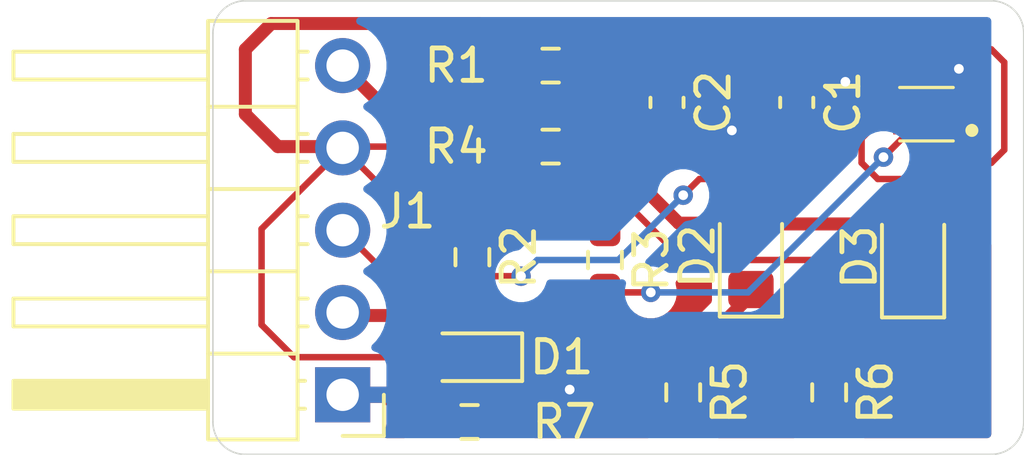
<source format=kicad_pcb>
(kicad_pcb (version 20241229) (generator "pcbnew") (generator_version "9.0")
  (layers (0 "F.Cu" signal) (2 "B.Cu" signal) (13 "F.Paste" user) (15 "B.Paste" user) (5 "F.SilkS" user "F.Silkscreen") (7 "B.SilkS" user "B.Silkscreen") (1 "F.Mask" user) (3 "B.Mask" user) (25 "Edge.Cuts" user))
  (net 0 "")
  (net 1 "Net-(IC1-VDD)")
  (net 2 "GND")
  (net 3 "Net-(D1-K)")
  (net 4 "+3.3V")
  (net 5 "Net-(D2-K)")
  (net 6 "+5V")
  (net 7 "Net-(D3-K)")
  (net 8 "Net-(IC1-SCL)")
  (net 10 "Net-(IC1-SDA)")
  (net 11 "Net-(IC1-~{INT})")
  (footprint "Resistor_SMD:R_0603_1608Metric_Pad0.98x0.95mm_HandSolder" (layer "F.Cu") (at 63.9125 38.5)
    (property "Reference" "R4" (at -2.9125 0 0) (layer "F.SilkS"))
    (property "Value" "4.7k" (hide yes))
    (fp_line (start -0.254724 -0.5225) (end 0.254724 -0.5225) (stroke (width 0.12)) (layer "F.SilkS"))
    (fp_line (start -0.254724 0.5225) (end 0.254724 0.5225) (stroke (width 0.12)) (layer "F.SilkS"))
    (pad "1" smd roundrect (at -0.9125 0) (size 0.975 0.95) (layers "F.Cu" "F.Mask" "F.Paste") (net 4 "+3.3V"))
    (pad "2" smd roundrect (at 0.9125 0) (size 0.975 0.95) (layers "F.Cu" "F.Mask" "F.Paste") (net 11 "Net-(IC1-~{INT})"))
  )
  (footprint "Resistor_SMD:R_0603_1608Metric_Pad0.98x0.95mm_HandSolder" (layer "F.Cu") (at 61.5 41.9125 -90)
    (property "Reference" "R2" (at 0 -1.43 90) (layer "F.SilkS"))
    (property "Value" "4.7k" (hide yes))
    (fp_line (start -0.254724 0.5225) (end 0.254724 0.5225) (stroke (width 0.12)) (layer "F.SilkS"))
    (fp_line (start -0.254724 -0.5225) (end 0.254724 -0.5225) (stroke (width 0.12)) (layer "F.SilkS"))
    (pad "1" smd roundrect (at -0.9125 0 270) (size 0.975 0.95) (layers "F.Cu" "F.Mask" "F.Paste") (net 4 "+3.3V"))
    (pad "2" smd roundrect (at 0.9125 0 270) (size 0.975 0.95) (layers "F.Cu" "F.Mask" "F.Paste") (net 10 "Net-(IC1-SDA)"))
  )
  (footprint "Resistor_SMD:R_0603_1608Metric_Pad0.98x0.95mm_HandSolder" (layer "F.Cu") (at 65.5875 42 -90)
    (property "Reference" "R3" (at 0 -1.43 90) (layer "F.SilkS"))
    (property "Value" "4.7k" (hide yes))
    (fp_line (start -0.254724 0.5225) (end 0.254724 0.5225) (stroke (width 0.12)) (layer "F.SilkS"))
    (fp_line (start -0.254724 -0.5225) (end 0.254724 -0.5225) (stroke (width 0.12)) (layer "F.SilkS"))
    (pad "1" smd roundrect (at -0.9125 0 270) (size 0.975 0.95) (layers "F.Cu" "F.Mask" "F.Paste") (net 4 "+3.3V"))
    (pad "2" smd roundrect (at 0.9125 0 270) (size 0.975 0.95) (layers "F.Cu" "F.Mask" "F.Paste") (net 8 "Net-(IC1-SCL)"))
  )
  (footprint "Connector_PinHeader_2.54mm:PinHeader_1x05_P2.54mm_Horizontal" (layer "F.Cu") (at 57.5 46.16 180)
    (property "Reference" "J1" (at -2 5.66 0) (layer "F.SilkS"))
    (property "Value" "Conn_01x05_Pin" (hide yes))
    (fp_line (start 10.15 10.59) (end 4.15 10.59) (stroke (width 0.12)) (layer "F.SilkS"))
    (fp_line (start 10.15 9.73) (end 10.15 10.59) (stroke (width 0.12)) (layer "F.SilkS"))
    (fp_line (start 10.15 8.05) (end 4.15 8.05) (stroke (width 0.12)) (layer "F.SilkS"))
    (fp_line (start 10.15 7.19) (end 10.15 8.05) (stroke (width 0.12)) (layer "F.SilkS"))
    (fp_line (start 10.15 5.51) (end 4.15 5.51) (stroke (width 0.12)) (layer "F.SilkS"))
    (fp_line (start 10.15 4.65) (end 10.15 5.51) (stroke (width 0.12)) (layer "F.SilkS"))
    (fp_line (start 10.15 2.97) (end 4.15 2.97) (stroke (width 0.12)) (layer "F.SilkS"))
    (fp_line (start 10.15 2.11) (end 10.15 2.97) (stroke (width 0.12)) (layer "F.SilkS"))
    (fp_line (start 4.15 9.73) (end 10.15 9.73) (stroke (width 0.12)) (layer "F.SilkS"))
    (fp_line (start 4.15 7.19) (end 10.15 7.19) (stroke (width 0.12)) (layer "F.SilkS"))
    (fp_line (start 4.15 4.65) (end 10.15 4.65) (stroke (width 0.12)) (layer "F.SilkS"))
    (fp_line (start 4.15 2.11) (end 10.15 2.11) (stroke (width 0.12)) (layer "F.SilkS"))
    (fp_line (start 1.39 8.89) (end 4.15 8.89) (stroke (width 0.12)) (layer "F.SilkS"))
    (fp_line (start 1.39 6.35) (end 4.15 6.35) (stroke (width 0.12)) (layer "F.SilkS"))
    (fp_line (start 1.39 3.81) (end 4.15 3.81) (stroke (width 0.12)) (layer "F.SilkS"))
    (fp_line (start 1.39 1.27) (end 4.15 1.27) (stroke (width 0.12)) (layer "F.SilkS"))
    (fp_line (start 1.16 0.43) (end 1.39 0.43) (stroke (width 0.12)) (layer "F.SilkS"))
    (fp_line (start 1.16 -0.43) (end 1.39 -0.43) (stroke (width 0.12)) (layer "F.SilkS"))
    (fp_line (start 1.077358 10.59) (end 1.39 10.59) (stroke (width 0.12)) (layer "F.SilkS"))
    (fp_line (start 1.077358 9.73) (end 1.39 9.73) (stroke (width 0.12)) (layer "F.SilkS"))
    (fp_line (start 1.077358 8.05) (end 1.39 8.05) (stroke (width 0.12)) (layer "F.SilkS"))
    (fp_line (start 1.077358 7.19) (end 1.39 7.19) (stroke (width 0.12)) (layer "F.SilkS"))
    (fp_line (start 1.077358 5.51) (end 1.39 5.51) (stroke (width 0.12)) (layer "F.SilkS"))
    (fp_line (start 1.077358 4.65) (end 1.39 4.65) (stroke (width 0.12)) (layer "F.SilkS"))
    (fp_line (start 1.077358 2.97) (end 1.39 2.97) (stroke (width 0.12)) (layer "F.SilkS"))
    (fp_line (start 1.077358 2.11) (end 1.39 2.11) (stroke (width 0.12)) (layer "F.SilkS"))
    (fp_line (start -1.27 0) (end -1.27 -1.27) (stroke (width 0.12)) (layer "F.SilkS"))
    (fp_line (start -1.27 -1.27) (end 0 -1.27) (stroke (width 0.12)) (layer "F.SilkS"))
    (fp_rect (start 4.15 -0.43) (end 10.15 0.43) (stroke (width 0.12)) (fill yes) (layer "F.SilkS"))
    (fp_rect (start 1.39 -1.38) (end 4.15 11.54) (stroke (width 0.12)) (fill no) (layer "F.SilkS"))
    (pad "1" thru_hole rect (at 0 0 180) (size 1.7 1.7) (drill 1) (layers "*.Cu" "*.Mask") (net 2 "GND"))
    (pad "2" thru_hole circle (at 0 2.54 180) (size 1.7 1.7) (drill 1) (layers "*.Cu" "*.Mask") (net 8 "Net-(IC1-SCL)"))
    (pad "3" thru_hole circle (at 0 5.08 180) (size 1.7 1.7) (drill 1) (layers "*.Cu" "*.Mask") (net 10 "Net-(IC1-SDA)"))
    (pad "4" thru_hole circle (at 0 7.62 180) (size 1.7 1.7) (drill 1) (layers "*.Cu" "*.Mask") (net 4 "+3.3V"))
    (pad "5" thru_hole circle (at 0 10.16 180) (size 1.7 1.7) (drill 1) (layers "*.Cu" "*.Mask") (net 6 "+5V"))
  )
  (footprint "pcb_footprints:ISL29125IROZT7" (layer "F.Cu") (at 75.5 37.5 180)
    (property "Reference" "IC1" (hide yes))
    (property "Value" "ISL29125IROZ-T7" (hide yes))
    (fp_line (start -0.825 0.825) (end 0.825 0.825) (stroke (width 0.1)) (layer "F.SilkS"))
    (fp_line (start -0.825 -0.825) (end 0.825 -0.825) (stroke (width 0.1)) (layer "F.SilkS"))
    (fp_line (start -1.4 -0.4) (end -1.4 -0.4) (stroke (width 0.2)) (layer "F.SilkS"))
    (fp_line (start -1.4 -0.6) (end -1.4 -0.6) (stroke (width 0.2)) (layer "F.SilkS"))
    (fp_arc (start -1.4 -0.4) (mid -1.5 -0.5) (end -1.4 -0.6) (stroke (width 0.2)) (layer "F.SilkS"))
    (fp_arc (start -1.4 -0.6) (mid -1.3 -0.5) (end -1.4 -0.4) (stroke (width 0.2)) (layer "F.SilkS"))
    (pad "1" smd rect (at -0.65 -0.5 270) (size 0.25 0.75) (layers "F.Cu" "F.Mask" "F.Paste") (net 1 "Net-(IC1-VDD)"))
    (pad "2" smd rect (at -0.725 0 270) (size 0.25 0.6) (layers "F.Cu" "F.Mask" "F.Paste"))
    (pad "3" smd rect (at -0.725 0.5 270) (size 0.25 0.6) (layers "F.Cu" "F.Mask" "F.Paste") (net 2 "GND"))
    (pad "4" smd rect (at 0.725 0.5 270) (size 0.25 0.6) (layers "F.Cu" "F.Mask" "F.Paste") (net 10 "Net-(IC1-SDA)"))
    (pad "5" smd rect (at 0.725 0 270) (size 0.25 0.6) (layers "F.Cu" "F.Mask" "F.Paste") (net 11 "Net-(IC1-~{INT})"))
    (pad "6" smd rect (at 0.725 -0.5 270) (size 0.25 0.6) (layers "F.Cu" "F.Mask" "F.Paste") (net 8 "Net-(IC1-SCL)"))
  )
  (footprint "Resistor_SMD:R_0603_1608Metric_Pad0.98x0.95mm_HandSolder" (layer "F.Cu") (at 61.4125 47)
    (property "Reference" "R7" (at 2.9125 0 0) (layer "F.SilkS"))
    (property "Value" "1k" (hide yes))
    (fp_line (start -0.254724 -0.5225) (end 0.254724 -0.5225) (stroke (width 0.12)) (layer "F.SilkS"))
    (fp_line (start -0.254724 0.5225) (end 0.254724 0.5225) (stroke (width 0.12)) (layer "F.SilkS"))
    (pad "1" smd roundrect (at -0.9125 0) (size 0.975 0.95) (layers "F.Cu" "F.Mask" "F.Paste") (net 3 "Net-(D1-K)"))
    (pad "2" smd roundrect (at 0.9125 0) (size 0.975 0.95) (layers "F.Cu" "F.Mask" "F.Paste") (net 2 "GND"))
  )
  (footprint "LED_SMD:LED_0805_2012Metric_Pad1.15x1.40mm_HandSolder" (layer "F.Cu") (at 70.0875 41.8875 90)
    (property "Reference" "D2" (at 0 -1.65 90) (layer "F.SilkS"))
    (property "Value" "LED" (hide yes))
    (fp_line (start 1 -0.96) (end -1.86 -0.96) (stroke (width 0.12)) (layer "F.SilkS"))
    (fp_line (start -1.86 -0.96) (end -1.86 0.96) (stroke (width 0.12)) (layer "F.SilkS"))
    (fp_line (start -1.86 0.96) (end 1 0.96) (stroke (width 0.12)) (layer "F.SilkS"))
    (pad "1" smd roundrect (at -1.025 0 90) (size 1.15 1.4) (layers "F.Cu" "F.Mask" "F.Paste") (roundrect_rratio 0.217391) (net 5 "Net-(D2-K)"))
    (pad "2" smd roundrect (at 1.025 0 90) (size 1.15 1.4) (layers "F.Cu" "F.Mask" "F.Paste") (roundrect_rratio 0.217391) (net 6 "+5V"))
  )
  (footprint "Resistor_SMD:R_0603_1608Metric_Pad0.98x0.95mm_HandSolder" (layer "F.Cu") (at 72.5 46.0875 -90)
    (property "Reference" "R6" (at 0 -1.43 90) (layer "F.SilkS"))
    (property "Value" "120" (hide yes))
    (fp_line (start -0.254724 0.5225) (end 0.254724 0.5225) (stroke (width 0.12)) (layer "F.SilkS"))
    (fp_line (start -0.254724 -0.5225) (end 0.254724 -0.5225) (stroke (width 0.12)) (layer "F.SilkS"))
    (pad "1" smd roundrect (at -0.9125 0 270) (size 0.975 0.95) (layers "F.Cu" "F.Mask" "F.Paste") (net 7 "Net-(D3-K)"))
    (pad "2" smd roundrect (at 0.9125 0 270) (size 0.975 0.95) (layers "F.Cu" "F.Mask" "F.Paste") (net 2 "GND"))
  )
  (footprint "LED_SMD:LED_0805_2012Metric_Pad1.15x1.40mm_HandSolder" (layer "F.Cu") (at 75.0875 41.9125 90)
    (property "Reference" "D3" (at 0 -1.65 90) (layer "F.SilkS"))
    (property "Value" "LED" (hide yes))
    (fp_line (start 1 -0.96) (end -1.86 -0.96) (stroke (width 0.12)) (layer "F.SilkS"))
    (fp_line (start -1.86 -0.96) (end -1.86 0.96) (stroke (width 0.12)) (layer "F.SilkS"))
    (fp_line (start -1.86 0.96) (end 1 0.96) (stroke (width 0.12)) (layer "F.SilkS"))
    (pad "1" smd roundrect (at -1.025 0 90) (size 1.15 1.4) (layers "F.Cu" "F.Mask" "F.Paste") (roundrect_rratio 0.217391) (net 7 "Net-(D3-K)"))
    (pad "2" smd roundrect (at 1.025 0 90) (size 1.15 1.4) (layers "F.Cu" "F.Mask" "F.Paste") (roundrect_rratio 0.217391) (net 6 "+5V"))
  )
  (footprint "Resistor_SMD:R_0603_1608Metric_Pad0.98x0.95mm_HandSolder" (layer "F.Cu") (at 68 46.0875 -90)
    (property "Reference" "R5" (at 0 -1.43 90) (layer "F.SilkS"))
    (property "Value" "120" (hide yes))
    (fp_line (start -0.254724 0.5225) (end 0.254724 0.5225) (stroke (width 0.12)) (layer "F.SilkS"))
    (fp_line (start -0.254724 -0.5225) (end 0.254724 -0.5225) (stroke (width 0.12)) (layer "F.SilkS"))
    (pad "1" smd roundrect (at -0.9125 0 270) (size 0.975 0.95) (layers "F.Cu" "F.Mask" "F.Paste") (net 5 "Net-(D2-K)"))
    (pad "2" smd roundrect (at 0.9125 0 270) (size 0.975 0.95) (layers "F.Cu" "F.Mask" "F.Paste") (net 2 "GND"))
  )
  (footprint "Resistor_SMD:R_0603_1608Metric_Pad0.98x0.95mm_HandSolder" (layer "F.Cu") (at 63.9125 36)
    (property "Reference" "R1" (at -2.9125 0 0) (layer "F.SilkS"))
    (property "Value" "100" (hide yes))
    (fp_line (start -0.254724 -0.5225) (end 0.254724 -0.5225) (stroke (width 0.12)) (layer "F.SilkS"))
    (fp_line (start -0.254724 0.5225) (end 0.254724 0.5225) (stroke (width 0.12)) (layer "F.SilkS"))
    (pad "1" smd roundrect (at -0.9125 0) (size 0.975 0.95) (layers "F.Cu" "F.Mask" "F.Paste") (net 4 "+3.3V"))
    (pad "2" smd roundrect (at 0.9125 0) (size 0.975 0.95) (layers "F.Cu" "F.Mask" "F.Paste") (net 1 "Net-(IC1-VDD)"))
  )
  (footprint "Capacitor_SMD:C_0603_1608Metric_Pad1.08x0.95mm_HandSolder" (layer "F.Cu") (at 71.5 37.1375 -90)
    (property "Reference" "C1" (at 0 -1.43 90) (layer "F.SilkS"))
    (property "Value" "0.1u" (hide yes))
    (fp_line (start -0.146267 0.51) (end 0.146267 0.51) (stroke (width 0.12)) (layer "F.SilkS"))
    (fp_line (start -0.146267 -0.51) (end 0.146267 -0.51) (stroke (width 0.12)) (layer "F.SilkS"))
    (pad "1" smd roundrect (at -0.8625 0 270) (size 1.075 0.95) (layers "F.Cu" "F.Mask" "F.Paste") (net 1 "Net-(IC1-VDD)"))
    (pad "2" smd roundrect (at 0.8625 0 270) (size 1.075 0.95) (layers "F.Cu" "F.Mask" "F.Paste") (net 2 "GND"))
  )
  (footprint "Capacitor_SMD:C_0603_1608Metric_Pad1.08x0.95mm_HandSolder" (layer "F.Cu") (at 67.5 37.1375 -90)
    (property "Reference" "C2" (at 0 -1.43 90) (layer "F.SilkS"))
    (property "Value" "1u" (hide yes))
    (fp_line (start -0.146267 0.51) (end 0.146267 0.51) (stroke (width 0.12)) (layer "F.SilkS"))
    (fp_line (start -0.146267 -0.51) (end 0.146267 -0.51) (stroke (width 0.12)) (layer "F.SilkS"))
    (pad "1" smd roundrect (at -0.8625 0 270) (size 1.075 0.95) (layers "F.Cu" "F.Mask" "F.Paste") (net 1 "Net-(IC1-VDD)"))
    (pad "2" smd roundrect (at 0.8625 0 270) (size 1.075 0.95) (layers "F.Cu" "F.Mask" "F.Paste") (net 2 "GND"))
  )
  (footprint "LED_SMD:LED_0603_1608Metric_Pad1.05x0.95mm_HandSolder" (layer "F.Cu") (at 61.375 45 180)
    (property "Reference" "D1" (at -2.875 0 0) (layer "F.SilkS"))
    (property "Value" "LED" (hide yes))
    (fp_line (start 0.8 -0.735) (end -1.66 -0.735) (stroke (width 0.12)) (layer "F.SilkS"))
    (fp_line (start -1.66 0.735) (end 0.8 0.735) (stroke (width 0.12)) (layer "F.SilkS"))
    (fp_line (start -1.66 -0.735) (end -1.66 0.735) (stroke (width 0.12)) (layer "F.SilkS"))
    (pad "1" smd roundrect (at -0.875 0 180) (size 1.05 0.95) (layers "F.Cu" "F.Mask" "F.Paste") (net 3 "Net-(D1-K)"))
    (pad "2" smd roundrect (at 0.875 0 180) (size 1.05 0.95) (layers "F.Cu" "F.Mask" "F.Paste") (net 4 "+3.3V"))
  )
  (gr_arc (start 54.5 48) (mid 53.792893 47.707107) (end 53.5 47) (stroke (width 0.05)) (layer "Edge.Cuts"))
  (gr_line (start 77.5 48) (end 54.5 48) (stroke (width 0.05)) (layer "Edge.Cuts"))
  (gr_arc (start 53.5 35) (mid 53.792893 34.292893) (end 54.5 34) (stroke (width 0.05)) (layer "Edge.Cuts"))
  (gr_line (start 54.5 34) (end 77.5 34) (stroke (width 0.05)) (layer "Edge.Cuts"))
  (gr_arc (start 78.5 47) (mid 78.207107 47.707107) (end 77.5 48) (stroke (width 0.05)) (layer "Edge.Cuts"))
  (gr_line (start 78.5 35) (end 78.5 47) (stroke (width 0.05)) (layer "Edge.Cuts"))
  (gr_arc (start 77.5 34) (mid 78.207107 34.292893) (end 78.5 35) (stroke (width 0.05)) (layer "Edge.Cuts"))
  (gr_line (start 53.5 47) (end 53.5 35) (stroke (width 0.05)) (layer "Edge.Cuts"))
  (segment (start 64.825 36) (end 67.225 36) (width 0.4) (layer "F.Cu") (net 1))
  (segment (start 67.5 36.275) (end 71.5 36.275) (width 0.4) (layer "F.Cu") (net 1))
  (segment (start 77.899 35.899) (end 77.5 35.5) (width 0.2) (layer "F.Cu") (net 1))
  (segment (start 77.5 39) (end 77.899 38.601) (width 0.2) (layer "F.Cu") (net 1))
  (segment (start 77.5 35.5) (end 72.275 35.5) (width 0.2) (layer "F.Cu") (net 1))
  (segment (start 76.15 38) (end 76.15 38.15) (width 0.2) (layer "F.Cu") (net 1))
  (segment (start 77 39) (end 77.5 39) (width 0.2) (layer "F.Cu") (net 1))
  (segment (start 77.899 38.601) (end 77.899 35.899) (width 0.2) (layer "F.Cu") (net 1))
  (segment (start 67.225 36) (end 67.5 36.275) (width 0.4) (layer "F.Cu") (net 1))
  (segment (start 76.15 38.15) (end 77 39) (width 0.2) (layer "F.Cu") (net 1))
  (segment (start 72.275 35.5) (end 71.5 36.275) (width 0.2) (layer "F.Cu") (net 1))
  (segment (start 58.66 46.16) (end 59 46.5) (width 0.2) (layer "F.Cu") (net 2))
  (segment (start 76.5 36.1) (end 76.225 36.375) (width 0.2) (layer "F.Cu") (net 2))
  (segment (start 76.225 36.375) (end 76.225 37) (width 0.2) (layer "F.Cu") (net 2))
  (segment (start 70.5 38) (end 70 38.5) (width 0.2) (layer "F.Cu") (net 2))
  (segment (start 71.5 38) (end 70.5 38) (width 0.2) (layer "F.Cu") (net 2))
  (segment (start 62.325 47) (end 64.5 47) (width 0.2) (layer "F.Cu") (net 2))
  (segment (start 57.5 46.16) (end 58.66 46.16) (width 0.2) (layer "F.Cu") (net 2))
  (via (at 73 36.5) (size 0.6) (drill 0.3) (layers "F.Cu" "B.Cu") (net 2))
  (via (at 76.5 36.1) (size 0.6) (drill 0.3) (layers "F.Cu" "B.Cu") (net 2))
  (via (at 69.5 38) (size 0.6) (drill 0.3) (layers "F.Cu" "B.Cu") (net 2))
  (via (at 64.5 46) (size 0.6) (drill 0.3) (layers "F.Cu" "B.Cu") (net 2))
  (segment (start 62.25 45) (end 62.25 45.25) (width 0.4) (layer "F.Cu") (net 3))
  (segment (start 62.25 45.25) (end 60.5 47) (width 0.4) (layer "F.Cu") (net 3))
  (segment (start 55 41.04) (end 57.5 38.54) (width 0.2) (layer "F.Cu") (net 4))
  (segment (start 60.5 45) (end 56 45) (width 0.2) (layer "F.Cu") (net 4))
  (segment (start 56 45) (end 55 44) (width 0.2) (layer "F.Cu") (net 4))
  (segment (start 61.5 38.5) (end 57.54 38.5) (width 0.2) (layer "F.Cu") (net 4))
  (segment (start 63 38.5) (end 61.5 38.5) (width 0.2) (layer "F.Cu") (net 4))
  (segment (start 54.5 35.5) (end 54.5 37.5) (width 0.4) (layer "F.Cu") (net 4))
  (segment (start 61.5 41) (end 59.96 41) (width 0.2) (layer "F.Cu") (net 4))
  (segment (start 55.5 38.5) (end 57.46 38.5) (width 0.4) (layer "F.Cu") (net 4))
  (segment (start 57.54 38.5) (end 57.5 38.54) (width 0.2) (layer "F.Cu") (net 4))
  (segment (start 57.46 38.5) (end 57.5 38.54) (width 0.4) (layer "F.Cu") (net 4))
  (segment (start 55.299 34.701) (end 54.5 35.5) (width 0.4) (layer "F.Cu") (net 4))
  (segment (start 64.0875 41.0875) (end 61.5 38.5) (width 0.2) (layer "F.Cu") (net 4))
  (segment (start 55 44) (end 55 41.04) (width 0.2) (layer "F.Cu") (net 4))
  (segment (start 61.701 34.701) (end 55.299 34.701) (width 0.4) (layer "F.Cu") (net 4))
  (segment (start 54.5 37.5) (end 55.5 38.5) (width 0.4) (layer "F.Cu") (net 4))
  (segment (start 63 36) (end 61.701 34.701) (width 0.4) (layer "F.Cu") (net 4))
  (segment (start 59.96 41) (end 57.5 38.54) (width 0.2) (layer "F.Cu") (net 4))
  (segment (start 65.5875 41.0875) (end 64.0875 41.0875) (width 0.2) (layer "F.Cu") (net 4))
  (segment (start 70.0875 42.9125) (end 70.0875 43.0875) (width 0.4) (layer "F.Cu") (net 5))
  (segment (start 70.0875 43.0875) (end 68 45.175) (width 0.4) (layer "F.Cu") (net 5))
  (segment (start 67.8625 40.8625) (end 70.0875 40.8625) (width 0.4) (layer "F.Cu") (net 6))
  (segment (start 66.5 38) (end 66.5 39.5) (width 0.4) (layer "F.Cu") (net 6))
  (segment (start 58.5 37) (end 65.5 37) (width 0.4) (layer "F.Cu") (net 6))
  (segment (start 57.5 36) (end 58.5 37) (width 0.4) (layer "F.Cu") (net 6))
  (segment (start 66.5 39.5) (end 67.8625 40.8625) (width 0.4) (layer "F.Cu") (net 6))
  (segment (start 70.1125 40.8875) (end 70.0875 40.8625) (width 0.4) (layer "F.Cu") (net 6))
  (segment (start 65.5 37) (end 66.5 38) (width 0.4) (layer "F.Cu") (net 6))
  (segment (start 75.0875 40.8875) (end 70.1125 40.8875) (width 0.4) (layer "F.Cu") (net 6))
  (segment (start 75.0875 42.9375) (end 74.7375 42.9375) (width 0.4) (layer "F.Cu") (net 7))
  (segment (start 74.7375 42.9375) (end 72.5 45.175) (width 0.4) (layer "F.Cu") (net 7))
  (segment (start 67 43) (end 65.675 43) (width 0.2) (layer "F.Cu") (net 8))
  (segment (start 57.5 43.62) (end 57.5935 43.7135) (width 0.4) (layer "F.Cu") (net 8))
  (segment (start 57.5935 43.7135) (end 64.7865 43.7135) (width 0.4) (layer "F.Cu") (net 8))
  (segment (start 64.7865 43.7135) (end 65.5875 42.9125) (width 0.4) (layer "F.Cu") (net 8))
  (segment (start 74.775 38.225) (end 74.174265 38.825735) (width 0.2) (layer "F.Cu") (net 8))
  (segment (start 74.775 38) (end 74.775 38.225) (width 0.2) (layer "F.Cu") (net 8))
  (segment (start 65.675 43) (end 65.5875 42.9125) (width 0.2) (layer "F.Cu") (net 8))
  (via (at 67 43) (size 0.6) (drill 0.3) (layers "F.Cu" "B.Cu") (net 8))
  (via (at 74.174265 38.825735) (size 0.6) (drill 0.3) (layers "F.Cu" "B.Cu") (net 8))
  (segment (start 70 43) (end 67 43) (width 0.2) (layer "B.Cu") (net 8))
  (segment (start 74.174265 38.825735) (end 70 43) (width 0.2) (layer "B.Cu") (net 8))
  (segment (start 63 42.5) (end 61.825 42.5) (width 0.2) (layer "F.Cu") (net 10))
  (segment (start 68.5 39.5) (end 68 40) (width 0.2) (layer "F.Cu") (net 10))
  (segment (start 73 39) (end 72.5 39.5) (width 0.2) (layer "F.Cu") (net 10))
  (segment (start 61.825 42.5) (end 61.5 42.825) (width 0.2) (layer "F.Cu") (net 10))
  (segment (start 59.245 42.825) (end 57.5 41.08) (width 0.2) (layer "F.Cu") (net 10))
  (segment (start 73 38) (end 73 39) (width 0.2) (layer "F.Cu") (net 10))
  (segment (start 74.775 37) (end 74 37) (width 0.2) (layer "F.Cu") (net 10))
  (segment (start 74 37) (end 73 38) (width 0.2) (layer "F.Cu") (net 10))
  (segment (start 72.5 39.5) (end 68.5 39.5) (width 0.2) (layer "F.Cu") (net 10))
  (segment (start 61.5 42.825) (end 59.245 42.825) (width 0.2) (layer "F.Cu") (net 10))
  (via (at 68 40) (size 0.6) (drill 0.3) (layers "F.Cu" "B.Cu") (net 10))
  (via (at 63 42.5) (size 0.6) (drill 0.3) (layers "F.Cu" "B.Cu") (net 10))
  (segment (start 68 40) (end 66 42) (width 0.2) (layer "B.Cu") (net 10))
  (segment (start 66 42) (end 63.5 42) (width 0.2) (layer "B.Cu") (net 10))
  (segment (start 63.5 42) (end 63 42.5) (width 0.2) (layer "B.Cu") (net 10))
  (segment (start 74 39.5) (end 76.5 39.5) (width 0.2) (layer "F.Cu") (net 11))
  (segment (start 76.899 41) (end 75.899 42) (width 0.2) (layer "F.Cu") (net 11))
  (segment (start 64.825 38.825) (end 64.825 38.5) (width 0.2) (layer "F.Cu") (net 11))
  (segment (start 74.248 37.5) (end 73.5 38.248) (width 0.2) (layer "F.Cu") (net 11))
  (segment (start 74.775 37.5) (end 74.248 37.5) (width 0.2) (layer "F.Cu") (net 11))
  (segment (start 76.5 39.5) (end 76.899 39.899) (width 0.2) (layer "F.Cu") (net 11))
  (segment (start 73.5 38.248) (end 73.5 39) (width 0.2) (layer "F.Cu") (net 11))
  (segment (start 75.899 42) (end 68 42) (width 0.2) (layer "F.Cu") (net 11))
  (segment (start 76.899 39.899) (end 76.899 41) (width 0.2) (layer "F.Cu") (net 11))
  (segment (start 73.5 39) (end 74 39.5) (width 0.2) (layer "F.Cu") (net 11))
  (segment (start 68 42) (end 64.825 38.825) (width 0.2) (layer "F.Cu") (net 11))
  (zone (net 2) (net_name "GND") (layers "F.Cu" "B.Cu") (connect_pads (clearance 0.5)) (min_thickness 0.25) (fill yes (thermal_gap 0.5) (thermal_bridge_width 0.5))
    (polygon (pts (xy 57.5 34) (xy 57.5 47.5) (xy 77.5 48) (xy 77.5 34)))
  )
)
</source>
